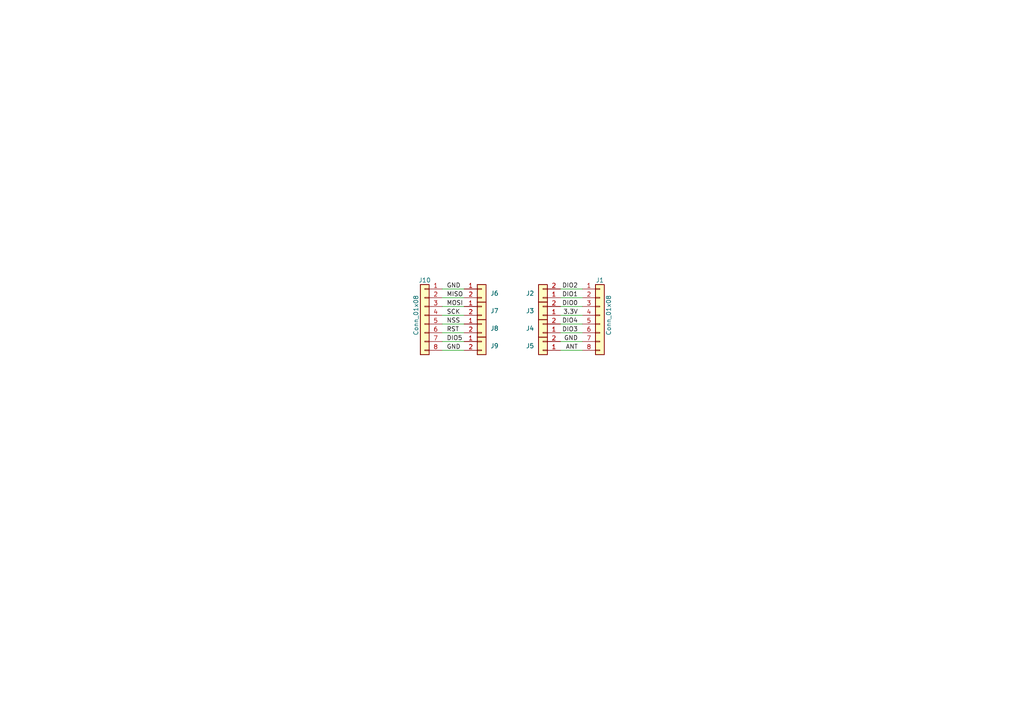
<source format=kicad_sch>
(kicad_sch (version 20211123) (generator eeschema)

  (uuid 3623216c-91cb-4842-94c3-097c4a5a7806)

  (paper "A4")

  (lib_symbols
    (symbol "Connector_Generic:Conn_01x02" (pin_names (offset 1.016) hide) (in_bom yes) (on_board yes)
      (property "Reference" "J" (id 0) (at 0 2.54 0)
        (effects (font (size 1.27 1.27)))
      )
      (property "Value" "Conn_01x02" (id 1) (at 0 -5.08 0)
        (effects (font (size 1.27 1.27)))
      )
      (property "Footprint" "" (id 2) (at 0 0 0)
        (effects (font (size 1.27 1.27)) hide)
      )
      (property "Datasheet" "~" (id 3) (at 0 0 0)
        (effects (font (size 1.27 1.27)) hide)
      )
      (property "ki_keywords" "connector" (id 4) (at 0 0 0)
        (effects (font (size 1.27 1.27)) hide)
      )
      (property "ki_description" "Generic connector, single row, 01x02, script generated (kicad-library-utils/schlib/autogen/connector/)" (id 5) (at 0 0 0)
        (effects (font (size 1.27 1.27)) hide)
      )
      (property "ki_fp_filters" "Connector*:*_1x??_*" (id 6) (at 0 0 0)
        (effects (font (size 1.27 1.27)) hide)
      )
      (symbol "Conn_01x02_1_1"
        (rectangle (start -1.27 -2.413) (end 0 -2.667)
          (stroke (width 0.1524) (type default) (color 0 0 0 0))
          (fill (type none))
        )
        (rectangle (start -1.27 0.127) (end 0 -0.127)
          (stroke (width 0.1524) (type default) (color 0 0 0 0))
          (fill (type none))
        )
        (rectangle (start -1.27 1.27) (end 1.27 -3.81)
          (stroke (width 0.254) (type default) (color 0 0 0 0))
          (fill (type background))
        )
        (pin passive line (at -5.08 0 0) (length 3.81)
          (name "Pin_1" (effects (font (size 1.27 1.27))))
          (number "1" (effects (font (size 1.27 1.27))))
        )
        (pin passive line (at -5.08 -2.54 0) (length 3.81)
          (name "Pin_2" (effects (font (size 1.27 1.27))))
          (number "2" (effects (font (size 1.27 1.27))))
        )
      )
    )
    (symbol "Connector_Generic:Conn_01x08" (pin_names (offset 1.016) hide) (in_bom yes) (on_board yes)
      (property "Reference" "J" (id 0) (at 0 10.16 0)
        (effects (font (size 1.27 1.27)))
      )
      (property "Value" "Conn_01x08" (id 1) (at 0 -12.7 0)
        (effects (font (size 1.27 1.27)))
      )
      (property "Footprint" "" (id 2) (at 0 0 0)
        (effects (font (size 1.27 1.27)) hide)
      )
      (property "Datasheet" "~" (id 3) (at 0 0 0)
        (effects (font (size 1.27 1.27)) hide)
      )
      (property "ki_keywords" "connector" (id 4) (at 0 0 0)
        (effects (font (size 1.27 1.27)) hide)
      )
      (property "ki_description" "Generic connector, single row, 01x08, script generated (kicad-library-utils/schlib/autogen/connector/)" (id 5) (at 0 0 0)
        (effects (font (size 1.27 1.27)) hide)
      )
      (property "ki_fp_filters" "Connector*:*_1x??_*" (id 6) (at 0 0 0)
        (effects (font (size 1.27 1.27)) hide)
      )
      (symbol "Conn_01x08_1_1"
        (rectangle (start -1.27 -10.033) (end 0 -10.287)
          (stroke (width 0.1524) (type default) (color 0 0 0 0))
          (fill (type none))
        )
        (rectangle (start -1.27 -7.493) (end 0 -7.747)
          (stroke (width 0.1524) (type default) (color 0 0 0 0))
          (fill (type none))
        )
        (rectangle (start -1.27 -4.953) (end 0 -5.207)
          (stroke (width 0.1524) (type default) (color 0 0 0 0))
          (fill (type none))
        )
        (rectangle (start -1.27 -2.413) (end 0 -2.667)
          (stroke (width 0.1524) (type default) (color 0 0 0 0))
          (fill (type none))
        )
        (rectangle (start -1.27 0.127) (end 0 -0.127)
          (stroke (width 0.1524) (type default) (color 0 0 0 0))
          (fill (type none))
        )
        (rectangle (start -1.27 2.667) (end 0 2.413)
          (stroke (width 0.1524) (type default) (color 0 0 0 0))
          (fill (type none))
        )
        (rectangle (start -1.27 5.207) (end 0 4.953)
          (stroke (width 0.1524) (type default) (color 0 0 0 0))
          (fill (type none))
        )
        (rectangle (start -1.27 7.747) (end 0 7.493)
          (stroke (width 0.1524) (type default) (color 0 0 0 0))
          (fill (type none))
        )
        (rectangle (start -1.27 8.89) (end 1.27 -11.43)
          (stroke (width 0.254) (type default) (color 0 0 0 0))
          (fill (type background))
        )
        (pin passive line (at -5.08 7.62 0) (length 3.81)
          (name "Pin_1" (effects (font (size 1.27 1.27))))
          (number "1" (effects (font (size 1.27 1.27))))
        )
        (pin passive line (at -5.08 5.08 0) (length 3.81)
          (name "Pin_2" (effects (font (size 1.27 1.27))))
          (number "2" (effects (font (size 1.27 1.27))))
        )
        (pin passive line (at -5.08 2.54 0) (length 3.81)
          (name "Pin_3" (effects (font (size 1.27 1.27))))
          (number "3" (effects (font (size 1.27 1.27))))
        )
        (pin passive line (at -5.08 0 0) (length 3.81)
          (name "Pin_4" (effects (font (size 1.27 1.27))))
          (number "4" (effects (font (size 1.27 1.27))))
        )
        (pin passive line (at -5.08 -2.54 0) (length 3.81)
          (name "Pin_5" (effects (font (size 1.27 1.27))))
          (number "5" (effects (font (size 1.27 1.27))))
        )
        (pin passive line (at -5.08 -5.08 0) (length 3.81)
          (name "Pin_6" (effects (font (size 1.27 1.27))))
          (number "6" (effects (font (size 1.27 1.27))))
        )
        (pin passive line (at -5.08 -7.62 0) (length 3.81)
          (name "Pin_7" (effects (font (size 1.27 1.27))))
          (number "7" (effects (font (size 1.27 1.27))))
        )
        (pin passive line (at -5.08 -10.16 0) (length 3.81)
          (name "Pin_8" (effects (font (size 1.27 1.27))))
          (number "8" (effects (font (size 1.27 1.27))))
        )
      )
    )
  )


  (wire (pts (xy 134.62 96.52) (xy 128.27 96.52))
    (stroke (width 0) (type default) (color 0 0 0 0))
    (uuid 11ae6ae9-e9d5-420d-8fa8-75bc298f988b)
  )
  (wire (pts (xy 134.62 91.44) (xy 128.27 91.44))
    (stroke (width 0) (type default) (color 0 0 0 0))
    (uuid 1cd15100-022b-4aa5-8105-b19fc95718b6)
  )
  (wire (pts (xy 134.62 83.82) (xy 128.27 83.82))
    (stroke (width 0) (type default) (color 0 0 0 0))
    (uuid 25ce6354-6fc5-494d-9263-9c8e0993323a)
  )
  (wire (pts (xy 168.91 88.9) (xy 162.56 88.9))
    (stroke (width 0) (type default) (color 0 0 0 0))
    (uuid 348f5660-f7c3-4b39-90dc-d7dbccc862b4)
  )
  (wire (pts (xy 134.62 86.36) (xy 128.27 86.36))
    (stroke (width 0) (type default) (color 0 0 0 0))
    (uuid 583b5296-f4e5-4691-b8eb-9c4b74c0f547)
  )
  (wire (pts (xy 134.62 88.9) (xy 128.27 88.9))
    (stroke (width 0) (type default) (color 0 0 0 0))
    (uuid 604c25b4-52df-4323-9bba-92ea7ce23f64)
  )
  (wire (pts (xy 134.62 99.06) (xy 128.27 99.06))
    (stroke (width 0) (type default) (color 0 0 0 0))
    (uuid 7e2688eb-9328-45f9-960e-7dd0b8294235)
  )
  (wire (pts (xy 134.62 93.98) (xy 128.27 93.98))
    (stroke (width 0) (type default) (color 0 0 0 0))
    (uuid 826ce1ea-adf2-44a7-8a9f-c22f9e553250)
  )
  (wire (pts (xy 168.91 91.44) (xy 162.56 91.44))
    (stroke (width 0) (type default) (color 0 0 0 0))
    (uuid 8680af80-5bc8-4057-b3e3-b107eebb45e9)
  )
  (wire (pts (xy 134.62 101.6) (xy 128.27 101.6))
    (stroke (width 0) (type default) (color 0 0 0 0))
    (uuid 8ea26c6f-ab57-4438-9055-be7abc0aa801)
  )
  (wire (pts (xy 168.91 86.36) (xy 162.56 86.36))
    (stroke (width 0) (type default) (color 0 0 0 0))
    (uuid bbfafebd-ee9f-41e7-b425-ada6adb80e0d)
  )
  (wire (pts (xy 168.91 96.52) (xy 162.56 96.52))
    (stroke (width 0) (type default) (color 0 0 0 0))
    (uuid c5be6b92-748d-4573-885a-ac83c8cdc5ce)
  )
  (wire (pts (xy 168.91 83.82) (xy 162.56 83.82))
    (stroke (width 0) (type default) (color 0 0 0 0))
    (uuid d1396615-c30f-45cb-b026-56c2e2b68f25)
  )
  (wire (pts (xy 168.91 99.06) (xy 162.56 99.06))
    (stroke (width 0) (type default) (color 0 0 0 0))
    (uuid e10c1bd4-5154-425b-8427-36928845e272)
  )
  (wire (pts (xy 168.91 93.98) (xy 162.56 93.98))
    (stroke (width 0) (type default) (color 0 0 0 0))
    (uuid ea2ef3d4-0fe4-48af-9261-fb1df34e6b33)
  )
  (wire (pts (xy 168.91 101.6) (xy 162.56 101.6))
    (stroke (width 0) (type default) (color 0 0 0 0))
    (uuid fce6f9ab-628d-4bfc-8f73-7e41be9eb692)
  )

  (label "ANT" (at 167.64 101.6 180)
    (effects (font (size 1.27 1.27)) (justify right bottom))
    (uuid 0d5d66e7-368b-459f-b602-813b8806fb77)
  )
  (label "GND" (at 129.54 83.82 0)
    (effects (font (size 1.27 1.27)) (justify left bottom))
    (uuid 4006c98d-727b-4843-ba6c-a4585c02ed5f)
  )
  (label "GND" (at 167.64 99.06 180)
    (effects (font (size 1.27 1.27)) (justify right bottom))
    (uuid 48a52bc3-834c-4bfd-92a3-40db570ceab6)
  )
  (label "RST" (at 129.54 96.52 0)
    (effects (font (size 1.27 1.27)) (justify left bottom))
    (uuid 4f69f373-015a-4acd-91c6-df5ece5d30a6)
  )
  (label "NSS" (at 129.54 93.98 0)
    (effects (font (size 1.27 1.27)) (justify left bottom))
    (uuid 6481517c-c427-4e2b-a5da-53e5734c8a75)
  )
  (label "MISO" (at 129.54 86.36 0)
    (effects (font (size 1.27 1.27)) (justify left bottom))
    (uuid 6d42e520-35fd-474e-89e9-f875a4a87eed)
  )
  (label "DIO5" (at 129.54 99.06 0)
    (effects (font (size 1.27 1.27)) (justify left bottom))
    (uuid 7387c528-2655-40ac-85b1-56a890b267a5)
  )
  (label "DIO3" (at 167.64 96.52 180)
    (effects (font (size 1.27 1.27)) (justify right bottom))
    (uuid 73eef6a6-20d5-44cd-8d07-1af528908ca0)
  )
  (label "MOSI" (at 129.54 88.9 0)
    (effects (font (size 1.27 1.27)) (justify left bottom))
    (uuid 892b29a9-f02e-4d2b-a77a-321acf1e6a6f)
  )
  (label "DIO1" (at 167.64 86.36 180)
    (effects (font (size 1.27 1.27)) (justify right bottom))
    (uuid 9c872592-575d-4f12-9058-a2b443e4e7a8)
  )
  (label "3.3V" (at 167.64 91.44 180)
    (effects (font (size 1.27 1.27)) (justify right bottom))
    (uuid a35a8c6c-f9bf-4604-a9a8-3a45bae10018)
  )
  (label "DIO2" (at 167.64 83.82 180)
    (effects (font (size 1.27 1.27)) (justify right bottom))
    (uuid c84184b9-1adf-4414-8ebc-b9004eba8801)
  )
  (label "SCK" (at 129.54 91.44 0)
    (effects (font (size 1.27 1.27)) (justify left bottom))
    (uuid db1a3ce0-e2da-4399-8d5a-f30adfeda6fd)
  )
  (label "DIO4" (at 167.64 93.98 180)
    (effects (font (size 1.27 1.27)) (justify right bottom))
    (uuid e4fb6483-3104-4f51-8d21-45f6c93a9bea)
  )
  (label "GND" (at 129.54 101.6 0)
    (effects (font (size 1.27 1.27)) (justify left bottom))
    (uuid f70a96d5-d535-423f-ac21-5a58ba8bede7)
  )
  (label "DIO0" (at 167.64 88.9 180)
    (effects (font (size 1.27 1.27)) (justify right bottom))
    (uuid f7d4df6e-6ccd-4e9b-9233-2e19c6f835de)
  )

  (symbol (lib_id "Connector_Generic:Conn_01x02") (at 139.7 83.82 0) (unit 1)
    (in_bom yes) (on_board yes) (fields_autoplaced)
    (uuid 0950a68b-f00d-437e-b5f8-4f4d5364b9ff)
    (property "Reference" "J6" (id 0) (at 142.24 85.0899 0)
      (effects (font (size 1.27 1.27)) (justify left))
    )
    (property "Value" "Conn_01x02" (id 1) (at 142.24 86.3599 0)
      (effects (font (size 1.27 1.27)) (justify left) hide)
    )
    (property "Footprint" "FlexyPin:FlexyPin_1x02_P2.00mm" (id 2) (at 139.7 83.82 0)
      (effects (font (size 1.27 1.27)) hide)
    )
    (property "Datasheet" "~" (id 3) (at 139.7 83.82 0)
      (effects (font (size 1.27 1.27)) hide)
    )
    (pin "1" (uuid db7e0d3b-59a5-46ab-b666-7d4437f1c76d))
    (pin "2" (uuid 8530c9b4-40e9-478c-abd9-60b735cdc373))
  )

  (symbol (lib_id "Connector_Generic:Conn_01x02") (at 139.7 99.06 0) (unit 1)
    (in_bom yes) (on_board yes) (fields_autoplaced)
    (uuid 4c1be1a9-1367-4db2-a592-a121efe09511)
    (property "Reference" "J9" (id 0) (at 142.24 100.3299 0)
      (effects (font (size 1.27 1.27)) (justify left))
    )
    (property "Value" "Conn_01x02" (id 1) (at 142.24 101.5999 0)
      (effects (font (size 1.27 1.27)) (justify left) hide)
    )
    (property "Footprint" "FlexyPin:FlexyPin_1x02_P2.00mm" (id 2) (at 139.7 99.06 0)
      (effects (font (size 1.27 1.27)) hide)
    )
    (property "Datasheet" "~" (id 3) (at 139.7 99.06 0)
      (effects (font (size 1.27 1.27)) hide)
    )
    (pin "1" (uuid bf7b8a37-0c33-4b3b-8e6a-357887485b5f))
    (pin "2" (uuid fed01380-c9bd-456d-bc6e-c608ad7f9915))
  )

  (symbol (lib_id "Connector_Generic:Conn_01x02") (at 139.7 88.9 0) (unit 1)
    (in_bom yes) (on_board yes) (fields_autoplaced)
    (uuid 6e00d3c0-68fd-4e43-a371-2d04f7539680)
    (property "Reference" "J7" (id 0) (at 142.24 90.1699 0)
      (effects (font (size 1.27 1.27)) (justify left))
    )
    (property "Value" "Conn_01x02" (id 1) (at 142.24 91.4399 0)
      (effects (font (size 1.27 1.27)) (justify left) hide)
    )
    (property "Footprint" "FlexyPin:FlexyPin_1x02_P2.00mm" (id 2) (at 139.7 88.9 0)
      (effects (font (size 1.27 1.27)) hide)
    )
    (property "Datasheet" "~" (id 3) (at 139.7 88.9 0)
      (effects (font (size 1.27 1.27)) hide)
    )
    (pin "1" (uuid 42d774dd-c3e3-445e-ac6b-21857130dab3))
    (pin "2" (uuid f2685b9e-1c48-40c2-85b3-396798264d5f))
  )

  (symbol (lib_id "Connector_Generic:Conn_01x02") (at 139.7 93.98 0) (unit 1)
    (in_bom yes) (on_board yes) (fields_autoplaced)
    (uuid 76bb14e5-85a2-41e2-bb92-9cbc39d22958)
    (property "Reference" "J8" (id 0) (at 142.24 95.2499 0)
      (effects (font (size 1.27 1.27)) (justify left))
    )
    (property "Value" "Conn_01x02" (id 1) (at 142.24 96.5199 0)
      (effects (font (size 1.27 1.27)) (justify left) hide)
    )
    (property "Footprint" "FlexyPin:FlexyPin_1x02_P2.00mm" (id 2) (at 139.7 93.98 0)
      (effects (font (size 1.27 1.27)) hide)
    )
    (property "Datasheet" "~" (id 3) (at 139.7 93.98 0)
      (effects (font (size 1.27 1.27)) hide)
    )
    (pin "1" (uuid bc69ad48-712a-4bcb-88c6-fd62a2ca022b))
    (pin "2" (uuid 40a756d5-37fc-4545-ac9f-abcf67375f87))
  )

  (symbol (lib_id "Connector_Generic:Conn_01x08") (at 123.19 91.44 0) (mirror y) (unit 1)
    (in_bom yes) (on_board yes) (fields_autoplaced)
    (uuid 96fedf5b-a5e1-40d9-8616-8018f29ca7bc)
    (property "Reference" "J10" (id 0) (at 123.19 81.28 0))
    (property "Value" "Conn_01x08" (id 1) (at 120.65 91.44 90))
    (property "Footprint" "Connector_PinHeader_2.54mm:PinHeader_1x08_P2.54mm_Vertical" (id 2) (at 123.19 91.44 0)
      (effects (font (size 1.27 1.27)) hide)
    )
    (property "Datasheet" "~" (id 3) (at 123.19 91.44 0)
      (effects (font (size 1.27 1.27)) hide)
    )
    (pin "1" (uuid 41ba7b47-0b64-4325-8734-e454b327afd0))
    (pin "2" (uuid 6a2796ef-b4bd-4884-ab3b-d65eb968ab25))
    (pin "3" (uuid a786a4a0-fdf2-47c0-8237-8e2905bade87))
    (pin "4" (uuid 72cbae85-e2ca-412b-b363-2fc7dc5f2715))
    (pin "5" (uuid 35fc5ccd-339d-4d91-8a77-d8b8f2f41b29))
    (pin "6" (uuid 6198ef5f-2403-447b-a9e7-d72be68852f6))
    (pin "7" (uuid 97f7ef53-9470-4e0a-8cef-ab5c60781119))
    (pin "8" (uuid 56a3295c-0901-43c6-a16b-90384056ce89))
  )

  (symbol (lib_id "Connector_Generic:Conn_01x02") (at 157.48 86.36 180) (unit 1)
    (in_bom yes) (on_board yes) (fields_autoplaced)
    (uuid 9df23bf9-61eb-47f1-b160-6ddecd833467)
    (property "Reference" "J2" (id 0) (at 154.94 85.0899 0)
      (effects (font (size 1.27 1.27)) (justify left))
    )
    (property "Value" "Conn_01x02" (id 1) (at 157.48 80.01 0)
      (effects (font (size 1.27 1.27)) hide)
    )
    (property "Footprint" "FlexyPin:FlexyPin_1x02_P2.00mm" (id 2) (at 157.48 86.36 0)
      (effects (font (size 1.27 1.27)) hide)
    )
    (property "Datasheet" "~" (id 3) (at 157.48 86.36 0)
      (effects (font (size 1.27 1.27)) hide)
    )
    (pin "1" (uuid 9d308eb3-0bf6-4cf9-adf2-7b6634bd2438))
    (pin "2" (uuid 2e6884a0-f386-4077-8c3c-f34af2f10aa6))
  )

  (symbol (lib_id "Connector_Generic:Conn_01x02") (at 157.48 91.44 180) (unit 1)
    (in_bom yes) (on_board yes) (fields_autoplaced)
    (uuid b6460a40-369e-411b-acf1-a65bbdf93c51)
    (property "Reference" "J3" (id 0) (at 154.94 90.1699 0)
      (effects (font (size 1.27 1.27)) (justify left))
    )
    (property "Value" "Conn_01x02" (id 1) (at 157.48 85.09 0)
      (effects (font (size 1.27 1.27)) hide)
    )
    (property "Footprint" "FlexyPin:FlexyPin_1x02_P2.00mm" (id 2) (at 157.48 91.44 0)
      (effects (font (size 1.27 1.27)) hide)
    )
    (property "Datasheet" "~" (id 3) (at 157.48 91.44 0)
      (effects (font (size 1.27 1.27)) hide)
    )
    (pin "1" (uuid 04a1d5c2-6b85-479e-8dec-7abc0b751a73))
    (pin "2" (uuid b5aa7559-efae-490a-a884-5f1cf139604a))
  )

  (symbol (lib_id "Connector_Generic:Conn_01x02") (at 157.48 101.6 180) (unit 1)
    (in_bom yes) (on_board yes) (fields_autoplaced)
    (uuid c01e1e0b-5b97-4bd7-bc01-f3df387ccae0)
    (property "Reference" "J5" (id 0) (at 154.94 100.3299 0)
      (effects (font (size 1.27 1.27)) (justify left))
    )
    (property "Value" "Conn_01x02" (id 1) (at 157.48 95.25 0)
      (effects (font (size 1.27 1.27)) hide)
    )
    (property "Footprint" "FlexyPin:FlexyPin_1x02_P2.00mm" (id 2) (at 157.48 101.6 0)
      (effects (font (size 1.27 1.27)) hide)
    )
    (property "Datasheet" "~" (id 3) (at 157.48 101.6 0)
      (effects (font (size 1.27 1.27)) hide)
    )
    (pin "1" (uuid fc899564-1d1a-497a-96d0-16cb66e85029))
    (pin "2" (uuid fa48a066-ae8b-488a-bbbf-fa1844939fe9))
  )

  (symbol (lib_id "Connector_Generic:Conn_01x08") (at 173.99 91.44 0) (unit 1)
    (in_bom yes) (on_board yes) (fields_autoplaced)
    (uuid cb21c7ac-9f2a-4025-b179-4e66c16cdfed)
    (property "Reference" "J1" (id 0) (at 173.99 81.28 0))
    (property "Value" "Conn_01x08" (id 1) (at 176.53 91.44 90))
    (property "Footprint" "Connector_PinHeader_2.54mm:PinHeader_1x08_P2.54mm_Vertical" (id 2) (at 173.99 91.44 0)
      (effects (font (size 1.27 1.27)) hide)
    )
    (property "Datasheet" "~" (id 3) (at 173.99 91.44 0)
      (effects (font (size 1.27 1.27)) hide)
    )
    (pin "1" (uuid a6a5c18e-4a97-49b1-b11e-efb92c29daf0))
    (pin "2" (uuid ba3cedb0-eedb-4f89-aa85-70a98f294941))
    (pin "3" (uuid aff6cefd-083e-4d6f-9a06-fd1d23f19ccc))
    (pin "4" (uuid 8eb13d48-ae1c-4588-aba0-e5f67a5ff236))
    (pin "5" (uuid dde08833-3ecc-48cb-9467-6b165d4a1244))
    (pin "6" (uuid d86dd3da-1674-4e35-ac9a-f816939c9ec1))
    (pin "7" (uuid 081d6d7f-43ce-4af5-b80b-735d1f2217ea))
    (pin "8" (uuid 4bb1e5ca-94ba-4621-abef-ba7b783fbb87))
  )

  (symbol (lib_id "Connector_Generic:Conn_01x02") (at 157.48 96.52 180) (unit 1)
    (in_bom yes) (on_board yes) (fields_autoplaced)
    (uuid e3297f35-f465-4157-a227-1d24d05359a0)
    (property "Reference" "J4" (id 0) (at 154.94 95.2499 0)
      (effects (font (size 1.27 1.27)) (justify left))
    )
    (property "Value" "Conn_01x02" (id 1) (at 157.48 90.17 0)
      (effects (font (size 1.27 1.27)) hide)
    )
    (property "Footprint" "FlexyPin:FlexyPin_1x02_P2.00mm" (id 2) (at 157.48 96.52 0)
      (effects (font (size 1.27 1.27)) hide)
    )
    (property "Datasheet" "~" (id 3) (at 157.48 96.52 0)
      (effects (font (size 1.27 1.27)) hide)
    )
    (pin "1" (uuid 1809f720-641c-4ec8-9ada-6cc66b22c515))
    (pin "2" (uuid 9f7ed599-374c-4444-9f09-59d7dd727cc8))
  )

  (sheet_instances
    (path "/" (page "1"))
  )

  (symbol_instances
    (path "/cb21c7ac-9f2a-4025-b179-4e66c16cdfed"
      (reference "J1") (unit 1) (value "Conn_01x08") (footprint "Connector_PinHeader_2.54mm:PinHeader_1x08_P2.54mm_Vertical")
    )
    (path "/9df23bf9-61eb-47f1-b160-6ddecd833467"
      (reference "J2") (unit 1) (value "Conn_01x02") (footprint "FlexyPin:FlexyPin_1x02_P2.00mm")
    )
    (path "/b6460a40-369e-411b-acf1-a65bbdf93c51"
      (reference "J3") (unit 1) (value "Conn_01x02") (footprint "FlexyPin:FlexyPin_1x02_P2.00mm")
    )
    (path "/e3297f35-f465-4157-a227-1d24d05359a0"
      (reference "J4") (unit 1) (value "Conn_01x02") (footprint "FlexyPin:FlexyPin_1x02_P2.00mm")
    )
    (path "/c01e1e0b-5b97-4bd7-bc01-f3df387ccae0"
      (reference "J5") (unit 1) (value "Conn_01x02") (footprint "FlexyPin:FlexyPin_1x02_P2.00mm")
    )
    (path "/0950a68b-f00d-437e-b5f8-4f4d5364b9ff"
      (reference "J6") (unit 1) (value "Conn_01x02") (footprint "FlexyPin:FlexyPin_1x02_P2.00mm")
    )
    (path "/6e00d3c0-68fd-4e43-a371-2d04f7539680"
      (reference "J7") (unit 1) (value "Conn_01x02") (footprint "FlexyPin:FlexyPin_1x02_P2.00mm")
    )
    (path "/76bb14e5-85a2-41e2-bb92-9cbc39d22958"
      (reference "J8") (unit 1) (value "Conn_01x02") (footprint "FlexyPin:FlexyPin_1x02_P2.00mm")
    )
    (path "/4c1be1a9-1367-4db2-a592-a121efe09511"
      (reference "J9") (unit 1) (value "Conn_01x02") (footprint "FlexyPin:FlexyPin_1x02_P2.00mm")
    )
    (path "/96fedf5b-a5e1-40d9-8616-8018f29ca7bc"
      (reference "J10") (unit 1) (value "Conn_01x08") (footprint "Connector_PinHeader_2.54mm:PinHeader_1x08_P2.54mm_Vertical")
    )
  )
)

</source>
